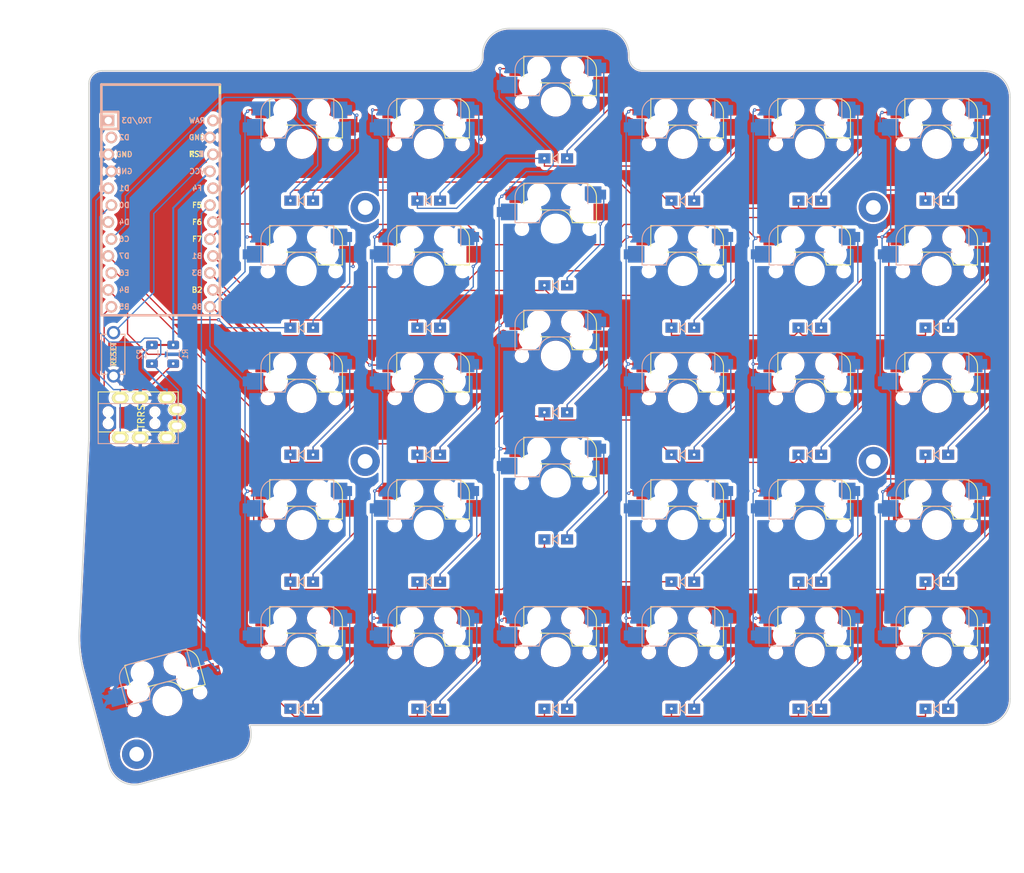
<source format=kicad_pcb>
(kicad_pcb (version 20221018) (generator pcbnew)
  (layers (0 "F.Cu" signal) (31 "B.Cu" signal) (34 "B.Paste" user) (35 "F.Paste" user) (36 "B.SilkS" user "B.Silkscreen") (37 "F.SilkS" user "F.Silkscreen") (38 "B.Mask" user) (39 "F.Mask" user) (44 "Edge.Cuts" user))
  (net 0 "")
  (net 1 "Net-(D1-A)")
  (net 2 "row4")
  (net 3 "Net-(D2-A)")
  (net 4 "Net-(D3-A)")
  (net 5 "row0")
  (net 6 "Net-(D4-A)")
  (net 7 "row1")
  (net 8 "Net-(D5-A)")
  (net 9 "row2")
  (net 10 "Net-(D6-A)")
  (net 11 "row3")
  (net 12 "Net-(D7-A)")
  (net 13 "Net-(D8-A)")
  (net 14 "Net-(D9-A)")
  (net 15 "Net-(D10-A)")
  (net 16 "Net-(D11-A)")
  (net 17 "Net-(D12-A)")
  (net 18 "Net-(D13-A)")
  (net 19 "Net-(D14-A)")
  (net 20 "Net-(D15-A)")
  (net 21 "Net-(D16-A)")
  (net 22 "Net-(D17-A)")
  (net 23 "Net-(D18-A)")
  (net 24 "Net-(D19-A)")
  (net 25 "Net-(D20-A)")
  (net 26 "Net-(D21-A)")
  (net 27 "Net-(D22-A)")
  (net 28 "Net-(D23-A)")
  (net 29 "Net-(D24-A)")
  (net 30 "Net-(D25-A)")
  (net 31 "Net-(D26-A)")
  (net 32 "Net-(D27-A)")
  (net 33 "VCC")
  (net 34 "GND")
  (net 35 "col0")
  (net 36 "col1")
  (net 37 "col2")
  (net 38 "col3")
  (net 39 "col4")
  (net 40 "SDA")
  (net 41 "SCL")
  (net 42 "RESET")
  (net 43 "Net-(D28-A)")
  (net 44 "Net-(D29-A)")
  (net 45 "col5")
  (net 46 "Net-(D30-A)")
  (net 52 "SW99")
  (footprint "Palac:HOLE_M2_TH" (layer "F.Cu") (at 130.03 59.542)
    (fp_text reference "TH3" hide)
    (fp_text value "HOLE" hide)
  )
  (footprint "Palac:HOLE_M2_TH" (layer "F.Cu") (at 206.225 59.525)
    (fp_text reference "TH4" hide)
    (fp_text value "HOLE" hide)
  )
  (footprint "Palac:HOLE_M2_TH" (layer "F.Cu") (at 206.225 97.625)
    (fp_text reference "TH6" hide)
    (fp_text value "HOLE" hide)
  )
  (footprint "Palac:ArduinoProMicro-ZigZag-DoubleSided" (layer "F.Cu") (at 99.3418 60.4515 -90)
    (fp_text reference "U1" hide)
    (fp_text value "ProMicro" hide)
  )
  (footprint "Palac:Diode_SOD123" (layer "F.Cu") (at 120.5 58.5)
    (fp_text reference "D1" hide)
    (fp_text value "D" hide)
  )
  (footprint "Palac:Diode_SOD123" (layer "F.Cu") (at 139.55 58.5)
    (fp_text reference "D2" hide)
    (fp_text value "D" hide)
  )
  (footprint "Palac:Diode_SOD123" (layer "F.Cu") (at 158.6 52.16)
    (fp_text reference "D3" hide)
    (fp_text value "D" hide)
  )
  (footprint "Palac:Diode_SOD123" (layer "F.Cu") (at 177.65 58.5)
    (fp_text reference "D4" hide)
    (fp_text value "D" hide)
  )
  (footprint "Palac:Diode_SOD123" (layer "F.Cu") (at 196.7 58.5)
    (fp_text reference "D5" hide)
    (fp_text value "D" hide)
  )
  (footprint "Palac:Diode_SOD123" (layer "F.Cu") (at 215.75 58.5)
    (fp_text reference "D6" hide)
    (fp_text value "D" hide)
  )
  (footprint "Palac:Diode_SOD123" (layer "F.Cu") (at 120.5 77.55)
    (fp_text reference "D7" hide)
    (fp_text value "D" hide)
  )
  (footprint "Palac:Diode_SOD123" (layer "F.Cu") (at 139.55 77.55)
    (fp_text reference "D8" hide)
    (fp_text value "D" hide)
  )
  (footprint "Palac:Diode_SOD123" (layer "F.Cu") (at 158.6 71.2)
    (fp_text reference "D9" hide)
    (fp_text value "D" hide)
  )
  (footprint "Palac:Diode_SOD123" (layer "F.Cu") (at 177.65 77.55)
    (fp_text reference "D10" hide)
    (fp_text value "D" hide)
  )
  (footprint "Palac:Diode_SOD123" (layer "F.Cu") (at 196.7 77.55)
    (fp_text reference "D11" hide)
    (fp_text value "D" hide)
  )
  (footprint "Palac:Diode_SOD123" (layer "F.Cu") (at 215.75 77.55)
    (fp_text reference "D12" hide)
    (fp_text value "D" hide)
  )
  (footprint "Palac:Diode_SOD123" (layer "F.Cu") (at 120.5 96.6)
    (fp_text reference "D13" hide)
    (fp_text value "D" hide)
  )
  (footprint "Palac:Diode_SOD123" (layer "F.Cu") (at 139.55 96.6)
    (fp_text reference "D14" hide)
    (fp_text value "D" hide)
  )
  (footprint "Palac:Diode_SOD123" (layer "F.Cu") (at 158.6 90.25)
    (fp_text reference "D15" hide)
    (fp_text value "D" hide)
  )
  (footprint "Palac:Diode_SOD123" (layer "F.Cu") (at 177.65 96.6)
    (fp_text reference "D16" hide)
    (fp_text value "D" hide)
  )
  (footprint "Palac:Diode_SOD123" (layer "F.Cu") (at 196.7 96.6)
    (fp_text reference "D17" hide)
    (fp_text value "D" hide)
  )
  (footprint "Palac:Diode_SOD123" (layer "F.Cu") (at 215.75 96.6)
    (fp_text reference "D18" hide)
    (fp_text value "D" hide)
  )
  (footprint "Palac:Diode_SOD123" (layer "F.Cu") (at 120.5 115.65)
    (fp_text reference "D19" hide)
    (fp_text value "D" hide)
  )
  (footprint "Palac:Diode_SOD123" (layer "F.Cu") (at 139.55 115.65)
    (fp_text reference "D20" hide)
    (fp_text value "D" hide)
  )
  (footprint "Palac:Diode_SOD123" (layer "F.Cu") (at 158.6 109.3)
    (fp_text reference "D21" hide)
    (fp_text value "D" hide)
  )
  (footprint "Palac:Diode_SOD123" (layer "F.Cu") (at 177.65 115.65)
    (fp_text reference "D22" hide)
    (fp_text value "D" hide)
  )
  (footprint "Palac:Diode_SOD123" (layer "F.Cu") (at 196.7 115.65)
    (fp_text reference "D23" hide)
    (fp_text value "D" hide)
  )
  (footprint "Palac:Diode_SOD123" (layer "F.Cu") (at 215.75 115.65)
    (fp_text reference "D24" hide)
    (fp_text value "D" hide)
  )
  (footprint "Palac:Diode_SOD123" (layer "F.Cu") (at 120.5 134.7)
    (fp_text reference "D25" hide)
    (fp_text value "D" hide)
  )
  (footprint "Palac:Diode_SOD123" (layer "F.Cu") (at 139.55 134.7)
    (fp_text reference "D26" hide)
    (fp_text value "D" hide)
  )
  (footprint "Palac:Diode_SOD123" (layer "F.Cu") (at 158.6 134.7)
    (fp_text reference "D27" hide)
    (fp_text value "D" hide)
  )
  (footprint "Palac:Diode_SOD123" (layer "F.Cu") (at 177.65 134.7)
    (fp_text reference "D28" hide)
    (fp_text value "D" hide)
  )
  (footprint "Palac:Diode_SOD123" (layer "F.Cu") (at 196.7 134.7)
    (fp_text reference "D29" hide)
    (fp_text value "D" hide)
  )
  (footprint "Palac:CherryMX_Hotswap" (layer "F.Cu") (at 120.5 50)
    (fp_text reference "SW1" hide)
    (fp_text value "SW_PUSH" hide)
  )
  (footprint "Palac:CherryMX_Hotswap" (layer "F.Cu") (at 120.5 69.05)
    (fp_text reference "SW7" hide)
    (fp_text value "SW_PUSH" hide)
  )
  (footprint "Palac:CherryMX_Hotswap" (layer "F.Cu") (at 120.5 88.1)
    (fp_text reference "SW13" hide)
    (fp_text value "SW_PUSH" hide)
  )
  (footprint "Palac:CherryMX_Hotswap" (layer "F.Cu") (at 120.5 107.15)
    (fp_text reference "SW19" hide)
    (fp_text value "SW_PUSH" hide)
  )
  (footprint "Palac:CherryMX_Hotswap" (layer "F.Cu") (at 139.55 126.2)
    (fp_text reference "SW26" hide)
    (fp_text value "SW_PUSH" hide)
  )
  (footprint "Palac:CherryMX_Hotswap" (layer "F.Cu") (at 158.6 126.2)
    (fp_text reference "SW27" hide)
    (fp_text value "SW_PUSH" hide)
  )
  (footprint "Palac:CherryMX_Hotswap" (layer "F.Cu") (at 177.65 126.2)
    (fp_text reference "SW28" hide)
    (fp_text value "SW_PUSH" hide)
  )
  (footprint "Palac:CherryMX_Hotswap" (layer "F.Cu") (at 196.7 126.2)
    (fp_text reference "SW29" hide)
    (fp_text value "SW_PUSH" hide)
  )
  (footprint "Palac:Diode_SOD123" (layer "F.Cu") (at 215.75 134.7)
    (fp_text reference "D30" hide)
    (fp_text value "D" hide)
  )
  (footprint "Palac:CherryMX_Hotswap" (layer "F.Cu") (at 139.55 88.1)
    (fp_text reference "SW14" hide)
    (fp_text value "SW_PUSH" hide)
  )
  (footprint "Palac:CherryMX_Hotswap" (layer "F.Cu") (at 139.55 107.15)
    (fp_text reference "SW20" hide)
    (fp_text value "SW_PUSH" hide)
  )
  (footprint "Palac:CherryMX_Hotswap" (layer "F.Cu") (at 139.55 69.05)
    (fp_text reference "SW8" hide)
    (fp_text value "SW_PUSH" hide)
  )
  (footprint "Palac:CherryMX_Hotswap" (layer "F.Cu") (at 139.55 50)
    (fp_text reference "SW2" hide)
    (fp_text value "SW_PUSH" hide)
  )
  (footprint "Palac:CherryMX_Hotswap" (layer "F.Cu") (at 158.6 81.75)
    (fp_text reference "SW15" hide)
    (fp_text value "SW_PUSH" hide)
  )
  (footprint "Palac:CherryMX_Hotswap" (layer "F.Cu") (at 158.6 43.66)
    (fp_text reference "SW3" hide)
    (fp_text value "SW_PUSH" hide)
  )
  (footprint "Palac:CherryMX_Hotswap" (layer "F.Cu") (at 158.6 62.7)
    (fp_text reference "SW9" hide)
    (fp_text value "SW_PUSH" hide)
  )
  (footprint "Palac:CherryMX_Hotswap" (layer "F.Cu") (at 158.6 100.8)
    (fp_text reference "SW21" hide)
    (fp_text value "SW_PUSH" hide)
  )
  (footprint "Palac:CherryMX_Hotswap" (layer "F.Cu") (at 177.65 107.15)
    (fp_text reference "SW22" hide)
    (fp_text value "SW_PUSH" hide)
  )
  (footprint "Palac:CherryMX_Hotswap" (layer "F.Cu") (at 177.65 69.05)
    (fp_text reference "SW10" hide)
    (fp_text value "SW_PUSH" hide)
  )
  (footprint "Palac:CherryMX_Hotswap" (layer "F.Cu") (at 215.75 126.2)
    (fp_text reference "SW30" hide)
    (fp_text value "SW_PUSH" hide)
  )
  (footprint "Palac:CherryMX_Hotswap" (layer "F.Cu") (at 177.65 88.1)
    (fp_text reference "SW16" hide)
    (fp_text value "SW_PUSH" hide)
  )
  (footprint "Palac:CherryMX_Hotswap" (layer "F.Cu") (at 177.65 50)
    (fp_text reference "SW4" hide)
    (fp_text value "SW_PUSH" hide)
  )
  (footprint "Palac:CherryMX_Hotswap" (layer "F.Cu") (at 196.7 50)
    (fp_text reference "SW5" hide)
    (fp_text value "SW_PUSH" hide)
  )
  (footprint "Palac:CherryMX_Hotswap" (layer "F.Cu") (at 196.7 107.15)
    (fp_text reference "SW23" hide)
    (fp_text value "SW_PUSH" hide)
  )
  (footprint "Palac:CherryMX_Hotswap" (layer "F.Cu") (at 215.75 88.1)
    (fp_text reference "SW18" hide)
    (fp_text value "SW_PUSH" hide)
  )
  (footprint "Palac:CherryMX_Hotswap" (layer "F.Cu") (at 215.75 107.15)
    (fp_text reference "SW24" hide)
    (fp_text value "SW_PUSH" hide)
  )
  (footprint "Palac:CherryMX_Hotswap" (layer "F.Cu") (at 215.75 50)
    (fp_text reference "SW6" hide)
    (fp_text value "SW_PUSH" hide)
  )
  (footprint "Palac:CherryMX_Hotswap" (layer "F.Cu") (at 215.75 69.05)
    (fp_text reference "SW12" hide)
    (fp_text value "SW_PUSH" hide)
  )
  (footprint "Palac:CherryMX_Hotswap" (layer "F.Cu") (at 196.7 88.1)
    (fp_text reference "SW17" hide)
    (fp_text value "SW_PUSH" hide)
  )
  (footprint "Palac:CherryMX_Hotswap" (layer "F.Cu") (at 196.7 69.05)
    (fp_text reference "SW11" hide)
    (fp_text value "SW_PUSH" hide)
  )
  (footprint "Palac:HOLE_M2_TH" (layer "F.Cu") (at 130.01 97.592)
    (fp_text reference "TH5" hide)
    (fp_text value "HOLE" hide)
  )
  (footprint "Palac:CherryMX_Hotswap" (layer "F.Cu") (at 120.5 126.2)
    (fp_text reference "SW25" hide)
    (fp_text value "SW_PUSH" hide)
  )
  (footprint "Palac:MJ-4PP-9" (layer "F.Cu") (at 89.98 90.1848 90)
    (fp_text reference "J2")
    (fp_text value "4PIN" hide)
  )
  (footprint "Palac:TACT_SWITCH_TVBP06" (layer "F.Cu") (at 92.28 81.5435 90)
    (fp_text reference "RSW1" hide)
    (fp_text value "SW_RST" hide)
  )
  (footprint "Palac:HOLE_M2_TH" (layer "F.Cu") (at 95.75 141.51)
    (fp_text reference "TH7" hide)
    (fp_text value "HOLE" hide)
  )
  (footprint "Palac:CherryMX_Hotswap" (layer "F.Cu") (at 100.3578 133.5406 15)
    (fp_text reference "SW99" hide)
    (fp_text value "SW_PUSH" hide)
  )
  (footprint "Palac:R_1206_DoubleSided" (layer "B.Cu") (at 101.23 81.5435 -90)
    (fp_text reference "R1")
    (fp_text value "R")
  )
  (footprint "Palac:R_1206_DoubleSided" (layer "B.Cu") (at 98.03 81.5435 -90)
    (fp_text reference "R2")
    (fp_text value "R")
  )
  (gr_arc (start 222.75 39.000001) (mid 225.578427 40.171574) (end 226.75 43.000001) (stroke (width 0.15)) (layer "Edge.Cuts"))
  (gr_line (start 88.564214 94.14) (end 88.564214 41.000001) (stroke (width 0.15)) (layer "Edge.Cuts"))
  (gr_arc (start 112.796082 137.456909) (mid 112.39584 140.491661) (end 109.967152 142.354828) (stroke (width 0.15)) (layer "Edge.Cuts"))
  (gr_line (start 222.75 137.200001) (end 112.73 137.200001) (stroke (width 0.15)) (layer "Edge.Cuts"))
  (gr_arc (start 165.6 32.660001) (mid 168.428427 33.831574) (end 169.6 36.660001) (stroke (width 0.15)) (layer "Edge.Cuts"))
  (gr_line (start 109.5 39.000001) (end 145.6 39.000001) (stroke (width 0.15)) (layer "Edge.Cuts"))
  (gr_arc (start 226.75 133.200001) (mid 225.578427 136.028427) (end 222.75 137.200001) (stroke (width 0.15)) (layer "Edge.Cuts"))
  (gr_arc (start 147.6 36.660001) (mid 148.771573 33.831574) (end 151.6 32.660001) (stroke (width 0.15)) (layer "Edge.Cuts"))
  (gr_line (start 226.75 43.000001) (end 226.75 133.200001) (stroke (width 0.15)) (layer "Edge.Cuts"))
  (gr_line (start 112.73 137.200001) (end 112.796082 137.456909) (stroke (width 0.15)) (layer "Edge.Cuts"))
  (gr_line (start 91.544526 143.148891) (end 87.783554 129.10745) (stroke (width 0.15)) (layer "Edge.Cuts"))
  (gr_line (start 109.967152 142.354828) (end 96.443398 145.977738) (stroke (width 0.15)) (layer "Edge.Cuts"))
  (gr_arc (start 171.6 39.000001) (mid 170.185786 38.414215) (end 169.6 37.000001) (stroke (width 0.15)) (layer "Edge.Cuts"))
  (gr_arc (start 88.564214 41.000001) (mid 89.15 39.585787) (end 90.564214 39.000001) (stroke (width 0.15)) (layer "Edge.Cuts"))
  (gr_line (start 151.6 32.660001) (end 165.6 32.660001) (stroke (width 0.15)) (layer "Edge.Cuts"))
  (gr_arc (start 147.6 37.000001) (mid 147.014213 38.414214) (end 145.6 39.000001) (stroke (width 0.15)) (layer "Edge.Cuts"))
  (gr_line (start 169.6 36.660001) (end 169.6 37.000001) (stroke (width 0.15)) (layer "Edge.Cuts"))
  (gr_line (start 109.5 39.000001) (end 90.564214 39.000001) (stroke (width 0.15)) (layer "Edge.Cuts"))
  (gr_line (start 171.6 39.000001) (end 222.75 39.000001) (stroke (width 0.15)) (layer "Edge.Cuts"))
  (gr_arc (start 96.443398 145.977738) (mid 93.408072 145.577934) (end 91.544526 143.148891) (stroke (width 0.15)) (layer "Edge.Cuts"))
  (gr_line (start 147.6 37.000001) (end 147.6 36.660001) (stroke (width 0.15)) (layer "Edge.Cuts"))
  (gr_arc (start 87.783554 129.10745) (mid 87.183826 125.733994) (end 87.168702 122.307677) (stroke (width 0.15)) (layer "Edge.Cuts"))
  (gr_line (start 88.564214 94.14) (end 87.168702 122.307677) (stroke (width 0.15)) (layer "Edge.Cuts"))
  (segment (start 128.7535 47.2535) (end 128.7535 45.6861) (width 0.2) (layer "F.Cu") (net 1))
  (via (at 128.7535 45.6861) (size 0.5) (drill 0.2) (layers "F.Cu" "B.Cu") (net 1))
  (segment (start 128.4861 45.6861) (end 128.4861 51.0636) (width 0.2) (layer "B.Cu") (net 1))
  (segment (start 128.4861 51.0636) (end 122.2 57.3497) (width 0.2) (layer "B.Cu") (net 1))
  (segment (start 127.7 44.9) (end 128.4861 45.6861) (width 0.2) (layer "B.Cu") (net 1))
  (segment (start 128.4861 45.6861) (end 128.7535 45.6861) (width 0.2) (layer "B.Cu") (net 1))
  (segment (start 122.2 58.5) (end 122.2 57.3497) (width 0.2) (layer "B.Cu") (net 1))
  (segment (start 91.6289 108.104) (end 91.6289 93.5151) (width 0.2) (layer "F.Cu") (net 2))
  (segment (start 156.9 134.7) (end 156.9 135.8503) (width 0.2) (layer "F.Cu") (net 2))
  (segment (start 90.8711 88.1071) (end 90.8711 75.5008) (width 0.2) (layer "F.Cu") (net 2))
  (segment (start 175.95 135.8503) (end 156.9 135.8503) (width 0.2) (layer "F.Cu") (net 2))
  (segment (start 156.9 135.8503) (end 137.85 135.8503) (width 0.2) (layer "F.Cu") (net 2))
  (segment (start 119.3752 135.8503) (end 118.8 135.2751) (width 0.2) (layer "F.Cu") (net 2))
  (segment (start 195 135.8503) (end 175.95 135.8503) (width 0.2) (layer "F.Cu") (net 2))
  (segment (start 91.6289 93.5151) (end 92.5215 92.6225) (width 0.2) (layer "F.Cu") (net 2))
  (segment (start 195 134.7) (end 195 135.8503) (width 0.2) (layer "F.Cu") (net 2))
  (segment (start 175.95 134.7) (end 175.95 135.8503) (width 0.2) (layer "F.Cu") (net 2))
  (segment (start 137.85 135.8503) (end 119.3752 135.8503) (width 0.2) (layer "F.Cu") (net 2))
  (segment (start 90.8711 75.5008) (end 91.9504 74.4215) (width 0.2) (layer "F.Cu") (net 2))
  (segment (start 92.5215 92.6225) (end 92.5215 89.7575) (width 0.2) (layer "F.Cu") (net 2))
  (segment (start 92.5215 89.7575) (end 90.8711 88.1071) (width 0.2) (layer "F.Cu") (net 2))
  (segment (start 137.85 134.7) (end 137.85 135.8503) (width 0.2) (layer "F.Cu") (net 2))
  (segment (start 195 135.8503) (end 214.05 135.8503) (width 0.2) (layer "F.Cu") (net 2))
  (segment (start 118.8 135.2751) (end 91.6289 108.104) (width 0.2) (layer "F.Cu") (net 2))
  (segment (start 214.05 134.7) (end 214.05 135.8503) (width 0.2) (layer "F.Cu") (net 2))
  (segment (start 147.419 48.131) (end 147.419 49.3023) (width 0.2) (layer "F.Cu") (net 3))
  (via (at 147.419 49.3023) (size 0.5) (drill 0.2) (layers "F.Cu" "B.Cu") (net 3))
  (segment (start 141.25 58.5) (end 141.25 57.3497) (width 0.2) (layer "B.Cu") (net 3))
  (segment (start 147.0499 51.5498) (end 141.25 57.3497) (width 0.2) (layer "B.Cu") (net 3))
  (segment (start 147.0499 49.3023) (end 147.0499 51.5498) (width 0.2) (layer "B.Cu") (net 3))
  (segment (start 147.419 49.3023) (end 147.0499 49.3023) (width 0.2) (layer "B.Cu") (net 3))
  (segment (start 147.0499 45.1999) (end 147.0499 49.3023) (width 0.2) (layer "B.Cu") (net 3))
  (segment (start 146.75 44.9) (end 147.0499 45.1999) (width 0.2) (layer "B.Cu") (net 3))
  (segment (start 167.1 44.2097) (end 160.3 51.0097) (width 0.2) (layer "F.Cu") (net 4))
  (segment (start 167.1 41.16) (end 167.1 44.2097) (width 0.2) (layer "F.Cu") (net 4))
  (segment (start 160.3 52.16) (end 160.3 51.0097) (width 0.2) (layer "F.Cu") (net 4))
  (segment (start 165.8 38.56) (end 165.8 45.5097) (width 0.2) (layer "B.Cu") (net 4))
  (segment (start 165.8 45.5097) (end 160.3 51.0097) (width 0.2) (layer "B.Cu") (net 4))
  (segment (start 160.3 52.16) (end 160.3 51.0097) (width 0.2) (layer "B.Cu") (net 4))
  (segment (start 170.1852 53.3103) (end 156.9 53.3103) (width 0.2) (layer "F.Cu") (net 5))
  (segment (start 195 59.6503) (end 176.5252 59.6503) (width 0.2) (layer "F.Cu") (net 5))
  (segment (start 204.4006 56.9123) (end 201.6626 59.6503) (width 0.2) (layer "F.Cu") (net 5))
  (segment (start 137.4266 56.9263) (end 119.2234 56.9263) (width 0.2) (layer "F.Cu") (net 5))
  (segment (start 119.2234 56.9263) (end 118.8 57.3497) (width 0.2) (layer "F.Cu") (net 5))
  (segment (start 214.05 57.3497) (end 213.6126 56.9123) (width 0.2) (layer "F.Cu") (net 5))
  (segment (start 201.6626 59.6503) (end 195 59.6503) (width 0.2) (layer "F.Cu") (net 5))
  (segment (start 175.95 59.0751) (end 170.1852 53.3103) (width 0.2) (layer "F.Cu") (net 5))
  (segment (start 176.5252 59.6503) (end 175.95 59.0751) (width 0.2) (layer "F.Cu") (net 5))
  (segment (start 213.6126 56.9123) (end 204.4006 56.9123) (width 0.2) (layer "F.Cu") (net 5))
  (segment (start 137.85 57.3497) (end 137.4266 56.9263) (width 0.2) (layer "F.Cu") (net 5))
  (segment (start 156.9 52.16) (end 156.9 53.3103) (width 0.2) (layer "F.Cu") (net 5))
  (segment (start 214.05 58.5) (end 214.05 57.3497) (width 0.2) (layer "F.Cu") (net 5))
  (segment (start 137.85 58.5) (end 137.85 57.3497) (width 0.2) (layer "F.Cu") (net 5))
  (segment (start 118.8 58.5) (end 118.8 57.3497) (width 0.2) (layer "F.Cu") (net 5))
  (segment (start 195 58.5) (end 195 59.6503) (width 0.2) (layer "F.Cu") (net 5))
  (segment (start 119.884 45.9893) (end 119.884 44.1209) (width 0.2) (layer "B.Cu") (net 5))
  (segment (start 151.2124 52.16) (end 143.7221 59.6503) (width 0.2) (layer "B.Cu") (net 5))
  (segment (start 122.9004 49.0057) (end 119.884 45.9893) (width 0.2) (layer "B.Cu") (net 5))
  (segment (start 108.8439 43.0195) (end 94.0534 57.81) (width 0.2) (layer "B.Cu") (net 5))
  (segment (start 118.8 58.5) (end 118.8 57.3497) (width 0.2) (layer "B.Cu") (net 5))
  (segment (start 118.7826 43.0195) (end 108.8439 43.0195) (width 0.2) (layer "B.Cu") (net 5))
  (segment (start 94.0534 62.1585) (end 91.9504 64.2615) (width 0.2) (layer "B.Cu") (net 5))
  (segment (start 137.85 58.5) (end 137.85 59.6503) (width 0.2) (layer "B.Cu") (net 5))
  (segment (start 122.9004 53.2493) (end 122.9004 49.0057) (width 0.2) (layer "B.Cu") (net 5))
  (segment (start 156.9 52.16) (end 151.2124 52.16) (width 0.2) (layer "B.Cu") (net 5))
  (segment (start 118.8 57.3497) (end 122.9004 53.2493) (width 0.2) (layer "B.Cu") (net 5))
  (segment (start 94.0534 57.81) (end 94.0534 62.1585) (width 0.2) (layer "B.Cu") (net 5))
  (segment (start 143.7221 59.6503) (end 137.85 59.6503) (width 0.2) (layer "B.Cu") (net 5))
  (segment (start 119.884 44.1209) (end 118.7826 43.0195) (width 0.2) (layer "B.Cu") (net 5))
  (segment (start 179.35 58.5) (end 179.35 57.3497) (width 0.2) (layer "F.Cu") (net 6))
  (segment (start 186.15 47.5) (end 186.15 50.5497) (width 0.2) (layer "F.Cu") (net 6))
  (segment (start 186.15 50.5497) (end 179.35 57.3497) (width 0.2) (layer "F.Cu") (net 6))
  (segment (start 184.85 51.8497) (end 179.35 57.3497) (width 0.2) (layer "B.Cu") (net 6))
  (segment (start 184.85 44.9) (end 184.85 51.8497) (width 0.2) (layer "B.Cu") (net 6))
  (segment (start 179.35 58.5) (end 179.35 57.3497) (width 0.2) (layer "B.Cu") (net 6))
  (segment (start 195.5752 78.7003) (end 195 78.1251) (width 0.2) (layer "F.Cu") (net 7))
  (segment (start 156.9 71.7751) (end 156.7112 71.9639) (width 0.2) (layer "F.Cu") (net 7))
  (segment (start 157.8293 72.7044) (end 156.9 71.7751) (width 0.2) (layer "F.Cu") (net 7))
  (segment (start 137.85 76.3997) (end 118.8 76.3997) (width 0.2) (layer "F.Cu") (net 7))
  (segment (start 101.0549 76.3632) (end 91.4932 66.8015) (width 0.2) (layer "F.Cu") (net 7))
  (segment (start 175.95 76.3997) (end 172.2547 72.7044) (width 0.2) (layer "F.Cu") (net 7))
  (segment (start 194.4248 78.7003) (end 175.95 78.7003) (width 0.2) (layer "F.Cu") (net 7))
  (segment (start 172.2547 72.7044) (end 157.8293 72.7044) (width 0.2) (layer "F.Cu") (net 7))
  (segment (start 118.8 77.55) (end 118.8 76.3997) (width 0.2) (layer "F.Cu") (net 7))
  (segment (start 137.85 77.55) (end 137.85 76.3997) (width 0.2) (layer "F.Cu") (net 7))
  (segment (start 214.05 77.55) (end 214.05 78.7003) (width 0.2) (layer "F.Cu") (net 7))
  (segment (start 175.95 77.55) (end 175.95 76.3997) (width 0.2) (layer "F.Cu") (net 7))
  (segment (start 214.05 78.7003) (end 195.5752 78.7003) (width 0.2) (layer "F.Cu") (net 7))
  (segment (start 142.2858 71.9639) (end 137.85 76.3997) (width 0.2) (layer "F.Cu") (net 7))
  (segment (start 108.0317 76.3632) (end 101.0549 76.3632) (width 0.2) (layer "F.Cu") (net 7))
  (segment (start 195 78.1251) (end 194.4248 78.7003) (width 0.2) (layer "F.Cu") (net 7))
  (segment (start 156.7112 71.9639) (end 142.2858 71.9639) (width 0.2) (layer "F.Cu") (net 7))
  (segment (start 175.95 77.55) (end 175.95 78.7003) (width 0.2) (layer "F.Cu") (net 7))
  (via (at 108.0317 76.3632) (size 0.5) (drill 0.2) (layers "F.Cu" "B.Cu") (net 7))
  (segment (start 109.2185 77.55) (end 108.0317 76.3632) (width 0.2) (layer "B.Cu") (net 7))
  (segment (start 118.8 77.55) (end 109.2185 77.55) (width 0.2) (layer "B.Cu") (net 7))
  (segment (start 205.2 50.5497) (end 198.4 57.3497) (width 0.2) (layer "F.Cu") (net 8))
  (segment (start 198.4 58.5) (end 198.4 57.3497) (width 0.2) (layer "F.Cu") (net 8))
  (segment (start 205.2 47.5) (end 205.2 50.5497) (width 0.2) (layer "F.Cu") (net 8))
  (segment (start 203.9 44.9) (end 203.9 51.8497) (width 0.2) (layer "B.Cu") (net 8))
  (segment (start 198.4 58.5) (end 198.4 57.3497) (width 0.2) (layer "B.Cu") (net 8))
  (segment (start 203.9 51.8497) (end 198.4 57.3497) (width 0.2) (layer "B.Cu") (net 8))
  (segment (start 175.95 96.6248) (end 170.7255 91.4003) (width 0.2) (layer "F.Cu") (net 9))
  (segment (start 118.8 96.6) (end 118.8 97.7503) (width 0.2) (layer "F.Cu") (net 9))
  (segment (start 137.3722 94.9719) (end 137.85 95.4497) (width 0.2) (layer "F.Cu") (net 9))
  (segment (start 170.7255 91.4003) (end 156.9 91.4003) (width 0.2) (layer "F.Cu") (net 9))
  (segment (start 195.9293 98.1044) (end 195 97.1751) (width 0.2) (layer "F.Cu") (net 9))
  (segment (start 137.85 96.6) (end 137.85 97.7503) (width 0.2) (layer "F.Cu") (net 9))
  (segment (start 202.6448 100.2312) (end 200.518 98.1044) (width 0.2) (layer "F.Cu") (net 9))
  (segment (start 156.9 90.8251) (end 150.6473 90.8251) (width 0.2) (layer "F.Cu") (net 9))
  (segment (start 137.85 96.6) (end 137.85 95.4497) (width 0.2) (layer "F.Cu") (net 9))
  (segment (start 211.5691 100.2312) (end 202.6448 100.2312) (width 0.2) (layer "F.Cu") (net 9))
  (segment (start 214.05 97.7503) (end 211.5691 100.2312) (width 0.2) (layer "F.Cu") (net 9))
  (segment (start 118.8 97.7503) (end 124.6721 97.7503) (width 0.2) (layer "F.Cu") (net 9))
  (segment (start 200.518 98.1044) (end 195.9293 98.1044) (width 0.2) (layer "F.Cu") (net 9))
  (segment (start 124.6721 97.7503) (end 127.4505 94.9719) (width 0.2) (layer "F.Cu") (net 9))
  (segment (start 143.7221 97.7503) (end 137.85 97.7503) (width 0.2) (layer "F.Cu") (net 9))
  (segment (start 150.6473 90.8251) (end 143.7221 97.7503) (width 0.2) (layer "F.Cu") (net 9))
  (segment (start 194.4192 97.7559) (end 177.0563 97.7559) (width 0.2) (layer "F.Cu") (net 9))
  (segment (start 214.05 96.6) (end 214.05 97.7503) (width 0.2) (layer "F.Cu") (net 9))
  (segment (start 118.8 95.4497) (end 92.6918 69.3415) (width 0.2) (layer "F.Cu") (net 9))
  (segment (start 118.8 96.6) (end 118.8 95.4497) (width 0.2) (layer "F.Cu") (net 9))
  (segment (start 156.9 90.8251) (end 156.9 91.4003) (width 0.2) (layer "F.Cu") (net 9))
  (segment (start 195 97.1751) (end 194.4192 97.7559) (width 0.2) (layer "F.Cu") (net 9))
  (segment (start 127.4505 94.9719) (end 137.3722 94.9719) (width 0.2) (layer "F.Cu") (net 9))
  (segment (start 177.0563 97.7559) (end 175.95 96.6496) (width 0.2) (layer "F.Cu") (net 9))
  (segment (start 224.25 50.5497) (end 217.45 57.3497) (width 0.2) (layer "F.Cu") (net 10))
  (segment (start 224.25 47.5) (end 224.25 50.5497) (width 0.2) (layer "F.Cu") (net 10))
  (segment (start 217.45 58.5) (end 217.45 57.3497) (width 0.2) (layer "F.Cu") (net 10))
  (segment (start 222.95 51.8497) (end 217.45 57.3497) (width 0.2) (layer "B.Cu") (net 10))
  (segment (start 217.45 58.5) (end 217.45 57.3497) (width 0.2) (layer "B.Cu") (net 10))
  (segment (start 222.95 44.9) (end 222.95 51.8497) (width 0.2) (layer "B.Cu") (net 10))
  (segment (start 118.8 115.65) (end 118.8 116.8003) (width 0.2) (layer "F.Cu") (net 11))
  (segment (start 103.0474 84.3828) (end 103.0474 82.7858) (width 0.2) (layer "F.Cu") (net 11))
  (segment (start 195 115.65) (end 195 116.8003) (width 0.2) (layer "F.Cu") (net 11))
  (segment (start 118.8 115.65) (end 118.8 114.4997) (width 0.2) (layer "F.Cu") (net 11))
  (segment (start 156.9 109.3) (end 156.9 110.4503) (width 0.2) (layer "F.Cu") (net 11))
  (segment (start 120.5001 101.8355) (end 103.0474 84.3828) (width 0.2) (layer "F.Cu") (net 11))
  (segment (start 103.0474 82.7858) (end 101.8051 81.5435) (width 0.2) (layer "F.Cu") (net 11))
  (segment (start 94.3837 78.4846) (end 94.3837 74.772) (width 0.2) (layer "F.Cu") (net 11))
  (segment (start 120.5001 103.7554) (end 120.5001 101.8355) (width 0.2) (layer "F.Cu") (net 11))
  (segment (start 122.9004 106.1557) (end 120.5001 103.7554) (width 0.2) (layer "F.Cu") (net 11))
  (segment (start 118.8 114.4997) (end 122.9004 110.3993) (width 0.2) (layer "F.Cu") (net 11))
  (segment (start 195 116.8003) (end 177.0933 116.8003) (width 0.2) (layer "F.Cu") (net 11))
  (segment (start 175.95 115.657) (end 162.1067 115.657) (width 0.2) (layer "F.Cu") (net 11))
  (segment (start 177.0933 116.8003) (end 175.95 115.657) (width 0.2) (layer "F.Cu") (net 11))
  (segment (start 94.3837 74.772) (end 91.4932 71.8815) (width 0.2) (layer "F.Cu") (net 11))
  (segment (start 137.85 116.8003) (end 118.8 116.8003) (width 0.2) (layer "F.Cu") (net 11))
  (segment (start 214.05 115.65) (end 214.05 116.8003) (width 0.2) (layer "F.Cu") (net 11))
  (segment (start 162.1067 115.657) (end 156.9 110.4503) (width 0.2) (layer "F.Cu") (net 11))
  (segment (start 122.9004 110.3993) (end 122.9004 106.1557) (width 0.2) (layer "F.Cu") (net 11))
  (segment (start 156.9 110.4503) (end 150.55 116.8003) (width 0.2) (layer "F.Cu") (net 11))
  (segment (start 97.4426 81.5435) (end 94.3837 78.4846) (width 0.2) (layer "F.Cu") (net 11))
  (segment (start 137.85 115.65) (end 137.85 116.8003) (width 0.2) (layer "F.Cu") (net 11))
  (segment (start 101.8051 81.5435) (end 97.4426 81.5435) (width 0.2) (layer "F.Cu") (net 11))
  (segment (start 214.05 116.8003) (end 195 116.8003) (width 0.2) (layer "F.Cu") (net 11))
  (segment (start 150.55 116.8003) (end 137.85 116.8003) (width 0.2) (layer "F.Cu") (net 11))
  (segment (start 128.2083 67.3417) (end 128.2083 68.368) (width 0.2) (layer "F.Cu") (net 12))
  (via (at 128.2083 68.368) (size 0.5) (drill 0.2) (layers "F.Cu" "B.Cu") (net 12))
  (segment (start 122.2 77.55) (end 122.2 76.3997) (width 0.2) (layer "B.Cu") (net 12))
  (segment (start 127.7 68.368) (end 127.7 70.8997) (width 0.2) (layer "B.Cu") (net 12))
  (segment (start 127.7 70.8997) (end 122.2 76.3997) (width 0.2) (layer "B.Cu") (net 12))
  (segment (start 127.7 68.368) (end 128.2083 68.368) (width 0.2) (layer "B.Cu") (net 12))
  (segment (start 127.7 63.95) (end 127.7 68.368) (width 0.2) (layer "B.Cu") (net 12))
  (segment (start 148.05 66.55) (end 146.2298 68.3702) (width 0.2) (layer "F.Cu") (net 13))
  (via (at 146.2298 68.3702) (size 0.5) (drill 0.2) (layers "F.Cu" "B.Cu") (net 13))
  (segment (start 146.75 67.85) (end 146.2298 68.3702) (width 0.2) (layer "B.Cu") (net 13))
  (segment (start 146.2298 71.4199) (end 141.25 76.3997) (width 0.2) (layer "B.Cu") (net 13))
  (segment (start 146.75 63.95) (end 146.75 67.85) (width 0.2) (layer "B.Cu") (net 13))
  (segment (start 141.25 77.55) (end 141.25 76.3997) (width 0.2) (layer "B.Cu") (net 13))
  (segment (start 146.2298 68.3702) (end 146.2298 71.4199) (width 0.2) (layer "B.Cu") (net 13))
  (segment (start 167.0872 60.2) (end 165.2844 62.0028) (width 0.2) (layer "F.Cu") (net 14))
  (via (at 165.2844 62.0028) (size 0.5) (drill 0.2) (layers "F.Cu" "B.Cu") (net 14))
  (segment (start 160.3 71.2) (end 160.3 70.0497) (width 0.2) (layer "B.Cu") (net 14))
  (segment (start 165.2844 62.0028) (end 165.2844 65.0653) (width 0.2) (layer "B.Cu") (net 14))
  (segment (start 165.2844 65.0653) (end 160.3 70.0497) (width 0.2) (layer "B.Cu") (net 14))
  (segment (start 165.8 61.4872) (end 165.2844 62.0028) (width 0.2) (layer "B.Cu") (net 14))
  (segment (start 165.8 57.6) (end 165.8 61.4872) (width 0.2) (layer "B.Cu") (net 14))
  (segment (start 186.15 69.5997) (end 179.35 76.3997) (width 0.2) (layer "F.Cu") (net 15))
  (segment (start 186.15 66.55) (end 186.15 69.5997) (width 0.2) (layer "F.Cu") (net 15))
  (segment (start 179.35 77.55) (end 179.35 76.3997) (width 0.2) (layer "F.Cu") (net 15))
  (segment (start 179.35 77.55) (end 179.35 76.3997) (width 0.2) (layer "B.Cu") (net 15))
  (segment (start 184.85 63.95) (end 184.85 70.8997) (width 0.2) (layer "B.Cu") (net 15))
  (segment (start 184.85 70.8997) (end 179.35 76.3997) (width 0.2) (layer "B.Cu") (net 15))
  (segment (start 205.2 66.55) (end 205.2 69.5997) (width 0.2) (layer "F.Cu") (net 16))
  (segment (start 205.2 69.5997) (end 198.4 76.3997) (width 0.2) (layer "F.Cu") (net 16))
  (segment (start 198.4 77.55) (end 198.4 76.3997) (width 0.2) (layer "F.Cu") (net 16))
  (segment (start 203.9 70.8997) (end 198.4 76.3997) (width 0.2) (layer "B.Cu") (net 16))
  (segment (start 203.9 63.95) (end 203.9 70.8997) (width 0.2) (layer "B.Cu") (net 16))
  (segment (start 198.4 77.55) (end 198.4 76.3997) (width 0.2) (layer "B.Cu") (net 16))
  (segment (start 224.25 66.55) (end 224.25 69.5997) (width 0.2) (layer "F.Cu") (net 17))
  (segment (start 224.25 69.5997) (end 217.45 76.3997) (width 0.2) (layer "F.Cu") (net 17))
  (segment (start 217.45 77.55) (end 217.45 76.3997) (width 0.2) (layer "F.Cu") (net 17))
  (segment (start 222.95 63.95) (end 222.95 70.8997) (width 0.2) (layer "B.Cu") (net 17))
  (segment (start 222.95 70.8997) (end 217.45 76.3997) (width 0.2) (layer "B.Cu") (net 17))
  (segment (start 217.45 77.55) (end 217.45 76.3997) (width 0.2) (layer "B.Cu") (net 17))
  (segment (start 129 88.6497) (end 122.2 95.4497) (width 0.2) (layer "F.Cu") (net 18))
  (segment (start 122.2 96.6) (end 122.2 95.4497) (width 0.2) (layer "F.Cu") (net 18))
  (segment (start 129 85.6) (end 129 88.6497) (width 0.2) (layer "F.Cu") (net 18))
  (segment (start 127.7 89.9497) (end 122.2 95.4497) (width 0.2) (layer "B.Cu") (net 18))
  (segment (start 127.7 83) (end 127.7 89.9497) (width 0.2) (layer "B.Cu") (net 18))
  (segment (start 122.2 96.6) (end 122.2 95.4497) (width 0.2) (layer "B.Cu") (net 18))
  (segment (start 141.25 96.6) (end 141.25 95.4497) (width 0.2) (layer "F.Cu") (net 19))
  (segment (start 148.05 85.6) (end 148.05 88.6497) (width 0.2) (layer "F.Cu") (net 19))
  (segment (start 148.05 88.6497) (end 141.25 95.4497) (width 0.2) (layer "F.Cu") (net 19))
  (segment (start 141.25 96.6) (end 141.25 95.4497) (width 0.2) (layer "B.Cu") (net 19))
  (segment (start 146.75 89.9497) (end 141.25 95.4497) (width 0.2) (layer "B.Cu") (net 19))
  (segment (start 146.75 83) (end 146.75 89.9497) (width 0.2) (layer "B.Cu") (net 19))
  (segment (start 167.1 82.2997) (end 160.3 89.0997) (width 0.2) (layer "F.Cu") (net 20))
  (segment (start 167.1 79.25) (end 167.1 82.2997) (width 0.2) (layer "F.Cu") (net 20))
  (segment (start 160.3 90.25) (end 160.3 89.0997) (width 0.2) (layer "F.Cu") (net 20))
  (segment (start 165.8 76.65) (end 165.8 83.5997) (width 0.2) (layer "B.Cu") (net 20))
  (segment (start 165.8 83.5997) (end 160.3 89.0997) (width 0.2) (layer "B.Cu") (net 20))
  (segment (start 160.3 90.25) (end 160.3 89.0997) (width 0.2) (layer "B.Cu") (net 20))
  (segment (start 179.35 96.6) (end 179.35 95.4497) (width 0.2) (layer "F.Cu") (net 21))
  (segment (start 186.15 88.6497) (end 179.35 95.4497) (width 0.2) (layer "F.Cu") (net 21))
  (segment (start 186.15 85.6) (end 186.15 88.6497) (width 0.2) (layer "F.Cu") (net 21))
  (segment (start 184.85 83) (end 184.85 89.9497) (width 0.2) (layer "B.Cu") (net 21))
  (segment (start 179.35 96.6) (end 179.35 95.4497) (width 0.2) (layer "B.Cu") (net 21))
  (segment (start 184.85 89.9497) (end 179.35 95.4497) (width 0.2) (layer "B.Cu") (net 21))
  (segment (start 205.2 88.6497) (end 198.4 95.4497) (width 0.2) (layer "F.Cu") (net 22))
  (segment (start 205.2 85.6) (end 205.2 88.6497) (width 0.2) (layer "F.Cu") (net 22))
  (segment (start 198.4 96.6) (end 198.4 95.4497) (width 0.2) (layer "F.Cu") (net 22))
  (segment (start 198.4 96.6) (end 198.4 95.4497) (width 0.2) (layer "B.Cu") (net 22))
  (segment (start 203.9 83) (end 203.9 89.9497) (width 0.2) (layer "B.Cu") (net 22))
  (segment (start 203.9 89.9497) (end 198.4 95.4497) (width 0.2) (layer "B.Cu") (net 22))
  (segment (start 217.45 96.6) (end 217.45 95.4497) (width 0.2) (layer "F.Cu") (net 23))
  (segment (start 224.25 88.6497) (end 217.45 95.4497) (width 0.2) (layer "F.Cu") (net 23))
  (segment (start 224.25 85.6) (end 224.25 88.6497) (width 0.2) (layer "F.Cu") (net 23))
  (segment (start 222.95 83) (end 222.95 89.9497) (width 0.2) (layer "B.Cu") (net 23))
  (segment (start 222.95 89.9497) (end 217.45 95.4497) (width 0.2) (layer "B.Cu") (net 23))
  (segment (start 217.45 96.6) (end 217.45 95.4497) (width 0.2) (layer "B.Cu") (net 23))
  (segment (start 122.2 115.65) (end 122.2 114.4997) (width 0.2) (layer "F.Cu") (net 24))
  (segment (start 129 107.6997) (end 122.2 114.4997) (width 0.2) (layer "F.Cu") (net 24))
  (segment (start 129 104.65) (end 129 107.6997) (width 0.2) (layer "F.Cu") (net 24))
  (segment (start 127.7 108.9997) (end 122.2 114.4997) (width 0.2) (layer "B.Cu") (net 24))
  (segment (start 127.7 102.05) (end 127.7 108.9997) (width 0.2) (layer "B.Cu") (net 24))
  (segment (start 122.2 115.65) (end 122.2 114.4997) (width 0.2) (layer "B.Cu") (net 24))
  (segment (start 148.05 104.65) (end 148.05 107.6997) (width 0.2) (layer "F.Cu") (net 25))
  (segment (start 148.05 107.6997) (end 141.25 114.4997) (width 0.2) (layer "F.Cu") (net 25))
  (segment (start 141.25 115.65) (end 141.25 114.4997) (width 0.2) (layer "F.Cu") (net 25))
  (segment (start 141.25 114.4997) (end 146.75 108.9997) (width 0.2) (layer "B.Cu") (net 25))
  (segment (start 141.25 115.65) (end 141.25 114.4997) (width 0.2) (layer "B.Cu") (net 25))
  (segment (start 146.75 108.9997) (end 146.75 102.05) (width 0.2) (layer "B.Cu") (net 25))
  (segment (start 160.3 109.3) (end 160.3 108.1497) (width 0.2) (layer "F.Cu") (net 26))
  (segment (start 167.1 98.3) (end 167.1 101.3497) (width 0.2) (layer "F.Cu") (net 26))
  (segment (start 167.1 101.3497) (end 160.3 108.1497) (width 0.2) (layer "F.Cu") (net 26))
  (segment (start 165.8 95.7) (end 165.8 102.6497) (width 0.2) (layer "B.Cu") (net 26))
  (segment (start 165.8 102.6497) (end 160.3 108.1497) (width 0.2) (layer "B.Cu") (net 26))
  (segment (start 160.3 109.3) (end 160.3 108.1497) (width 0.2) (layer "B.Cu") (net 26))
  (segment (start 186.15 107.6997) (end 179.35 114.4997) (width 0.2) (layer "F.Cu") (net 27))
  (segment (start 186.15 104.65) (end 186.15 107.6997) (width 0.2) (layer "F.Cu") (net 27))
  (segment (start 179.35 115.65) (end 179.35 114.4997) (width 0.2) (layer "F.Cu") (net 27))
  (segment (start 179.35 115.65) (end 179.35 114.4997) (width 0.2) (layer "B.Cu") (net 27))
  (segment (start 184.85 102.05) (end 184.85 108.9997) (width 0.2) (layer "B.Cu") (net 27))
  (segment (start 184.85 108.9997) (end 179.35 114.4997) (width 0.2) (layer "B.Cu") (net 27))
  (segment (start 198.4 115.65) (end 198.4 114.4997) (width 0.2) (layer "F.Cu") (net 28))
  (segment (start 205.2 107.6997) (end 198.4 114.4997) (width 0.2) (layer "F.Cu") (net 28))
  (segment (start 205.2 104.65) (end 205.2 107.6997) (width 0.2) (layer "F.Cu") (net 28))
  (segment (start 198.4 115.65) (end 198.4 114.4997) (width 0.2) (layer "B.Cu") (net 28))
  (segment (start 203.9 102.05) (end 203.9 108.9997) (width 0.2) (layer "B.Cu") (net 28))
  (segment (start 203.9 108.9997) (end 198.4 114.4997) (width 0.2) (layer "B.Cu") (net 28))
  (segment (start 224.25 107.6997) (end 217.45 114.4997) (width 0.2) (layer "F.Cu") (net 29))
  (segment (start 224.25 104.65) (end 224.25 107.6997) (width 0.2) (layer "F.Cu") (net 29))
  (segment (start 217.45 115.65) (end 217.45 114.4997) (width 0.2) (layer "F.Cu") (net 29))
  (segment (start 222.95 108.9997) (end 217.45 114.4997) (width 0.2) (layer "B.Cu") (net 29))
  (segment (start 222.95 102.05) (end 222.95 108.9997) (width 0.2) (layer "B.Cu") (net 29))
  (segment (start 217.45 115.65) (end 217.45 114.4997) (width 0.2) (layer "B.Cu") (net 29))
  (segment (start 129 123.7) (end 129 126.7497) (width 0.2) (layer "F.Cu") (net 30))
  (segment (start 122.2 134.7) (end 122.2 133.5497) (width 0.2) (layer "F.Cu") (net 30))
  (segment (start 129 126.7497) (end 122.2 133.5497) (width 0.2) (layer "F.Cu") (net 30))
  (segment (start 127.7 121.1) (end 127.7 128.0497) (width 0.2) (layer "B.Cu") (net 30))
  (segment (start 127.7 128.0497) (end 122.2 133.5497) (width 0.2) (layer "B.Cu") (net 30))
  (segment (start 122.2 134.7) (end 122.2 133.5497) (width 0.2) (layer "B.Cu") (net 30))
  (segment (start 141.25 134.7) (end 141.25 133.5497) (width 0.2) (layer "F.Cu") (net 31))
  (segment (start 148.05 126.7497) (end 141.25 133.5497) (width 0.2) (layer "F.Cu") (net 31))
  (segment (start 148.05 123.7) (end 148.05 126.7497) (width 0.2) (layer "F.Cu") (net 31))
  (segment (start 146.75 128.0497) (end 141.25 133.5497) (width 0.2) (layer "B.Cu") (net 31))
  (segment (start 141.25 134.7) (end 141.25 133.5497) (width 0.2) (layer "B.Cu") (net 31))
  (segment (start 146.75 121.1) (end 146.75 128.0497) (width 0.2) (layer "B.Cu") (net 31))
  (segment (start 160.3 134.7) (end 160.3 133.5497) (width 0.2) (layer "F.Cu") (net 32))
  (segment (start 167.1 126.7497) (end 160.3 133.5497) (width 0.2) (layer "F.Cu") (net 32))
  (segment (start 167.1 123.7) (end 167.1 126.7497) (width 0.2) (layer "F.Cu") (net 32))
  (segment (start 160.3 134.7) (end 160.3 133.5497) (width 0.2) (layer "B.Cu") (net 32))
  (segment (start 165.8 121.1) (end 165.8 128.0497) (width 0.2) (layer "B.Cu") (net 32))
  (segment (start 165.8 128.0497) (end 160.3 133.5497) (width 0.2) (layer "B.Cu") (net 32))
  (segment (start 98.03 80.1435) (end 101.23 80.1435) (width 0.3) (layer "F.Cu") (net 33))
  (segment (start 100.0552 88.3096) (end 100.0552 93.81) (width 0.3) (layer "F.Cu") (net 33))
  (segment (start 96.6723 81.5012) (end 96.6723 83.6462) (width 0.3) (layer "B.Cu") (net 33))
  (segment (start 96.6723 83.6462) (end 99.8106 86.7845) (width 0.3) (layer "B.Cu") (net 33))
  (segment (start 98.03 80.1435) (end 96.6723 81.5012) (width 0.3) (layer "B.Cu") (net 33))
  (segment (start 100.28 88.0848) (end 100.28 86.7845) (width 0.3) (layer "B.Cu") (net 33))
  (segment (start 99.8106 86.7845) (end 100.28 86.7845) (width 0.3) (layer "B.Cu") (net 33))
  (segment (start 106.7332 54.1015) (end 101.23 59.6047) (width 0.3) (layer "B.Cu") (net 33))
  (segment (start 101.23 59.6047) (end 101.23 80.1435) (width 0.3) (layer "B.Cu") (net 33))
  (segment (start 215.3504 75.5077) (end 215.3504 78.4689) (width 0.2) (layer "F.Cu") (net 35))
  (segment (start 207.5366 45.2816) (end 208.1684 45.2816) (width 0.2) (layer "F.Cu") (net 35))
  (segment (start 113.1962 55.7157) (end 107.1904 61.7215) (width 0.2) (layer "F.Cu") (net 35))
  (segment (start 208.55 68.7073) (end 215.3504 75.5077) (width 0.2) (layer "F.Cu") (net 35))
  (segment (start 215.3669 114.6768) (end 208.55 107.8599) (width 0.2) (layer "F.Cu") (net 35))
  (segment (start 208.1684 45.2816) (end 208.55 44.9) (width 0.2) (layer "F.Cu") (net 35))
  (segment (start 208.55 107.8599) (end 208.55 102.05) (width 0.2) (layer "F.Cu") (net 35))
  (segment (start 207.5366 63.95) (end 206.007 63.95) (width 0.2) (layer "F.Cu") (net 35))
  (segment (start 213.1759 80.6434) (end 210.9066 80.6434) (width 0.2) (layer "F.Cu") (net 35))
  (segment (start 210.4304 119.2196) (end 212.6981 119.2196) (width 0.2) (layer "F.Cu") (net 35))
  (segment (start 208.55 121.1) (end 210.4304 119.2196) (width 0.2) (layer "F.Cu") (net 35))
  (segment (start 215.3504 78.4689) (end 213.1759 80.6434) (width 0.2) (layer "F.Cu") (net 35))
  (segment (start 206.007 63.95) (end 203.0931 61.0361) (width 0.2) (layer "F.Cu") (net 35))
  (segment (start 203.0931 61.0361) (end 173.4426 61.0361) (width 0.2) (layer "F.Cu") (net 35))
  (segment (start 207.7563 102.05) (end 207.6465 102.1598) (width 0.2) (layer "F.Cu") (net 35))
  (segment (start 168.1222 55.7157) (end 113.1962 55.7157) (width 0.2) (layer "F.Cu") (net 35))
  (segment (start 215.3669 116.5508) (end 215.3669 114.6768) (width 0.2) (layer "F.Cu") (net 35))
  (segment (start 210.9066 80.6434) (end 208.55 83) (width 0.2) (layer "F.Cu") (net 35))
  (segment (start 173.4426 61.0361) (end 168.1222 55.7157) (width 0.2) (layer "F.Cu") (net 35))
  (segment (start 212.6981 119.2196) (end 215.3669 116.5508) (width 0.2) (layer "F.Cu") (net 35))
  (segment (start 208.55 63.95) (end 208.55 68.7073) (width 0.2) (layer "F.Cu") (net 35))
  (segment (start 208.55 63.95) (end 207.5366 63.95) (width 0.2) (layer "F.Cu") (net 35))
  (segment (start 208.55 102.05) (end 207.7563 102.05) (width 0.2) (layer "F.Cu") (net 35))
  (via (at 207.5366 63.95) (size 0.5) (drill 0.2) (layers "F.Cu" "B.Cu") (net 35))
  (via (at 207.6465 102.1598) (size 0.5) (drill 0.2) (layers "F.Cu" "B.Cu") (net 35))
  (via (at 207.5366 45.2816) (size 0.5) (drill 0.2) (layers "F.Cu" "B.Cu") (net 35))
  (segment (start 207.5366 45.2816) (end 207.25 45.5682) (width 0.2) (layer "B.Cu") (net 35))
  (segment (start 208.8263 87.1763) (end 208.8263 100.98) (width 0.2) (layer "B.Cu") (net 35))
  (segment (start 207.25 45.5682) (end 207.25 47.5) (width 0.2) (layer "B.Cu") (net 35))
  (segment (start 207.25 85.6) (end 208.8263 87.1763) (width 0.2) (layer "B.Cu") (net 35))
  (segment (start 207.5366 63.95) (end 208.8263 62.6603) (width 0.2) (layer "B.Cu") (net 35))
  (segment (start 207.6465 102.1598) (end 207.6465 104.2535) (width 0.2) (layer "B.Cu") (net 35))
  (segment (start 208.8263 100.98) (end 207.6465 102.1598) (width 0.2) (layer "B.Cu") (net 35))
  (segment (start 207.25 66.55) (end 207.25 85.6) (width 0.2) (layer "B.Cu") (net 35))
  (segment (start 207.5366 63.95) (end 207.5366 66.2634) (width 0.2) (layer "B.Cu") (net 35))
  (segment (start 208.8263 49.0763) (end 207.25 47.5) (width 0.2) (layer "B.Cu") (net 35))
  (segment (start 207.25 104.65) (end 207.25 123.7) (width 0.2) (layer "B.Cu") (net 35))
  (segment (start 208.8263 62.6603) (end 208.8263 49.0763) (width 0.2) (layer "B.Cu") (net 35))
  (segment (start 189.5 102.05) (end 188.5421 102.05) (width 0.2) (layer "F.Cu") (net 36))
  (segment (start 131.42 62.1927) (end 127.5527 62.1927) (width 0.2) (layer "F.Cu") (net 36))
  (segment (start 188.7974 63.95) (end 188.5944 64.153) (width 0.2) (layer "F.Cu") (net 36))
  (segment (start 127.357 61.997) (end 108.9977 61.997) (width 0.2) (layer "F.Cu") (net 36))
  (segment (start 108.9977 61.997) (end 106.7332 64.2615) (width 0.2) (layer "F.Cu") (net 36))
  (segment (start 131.5447 62.068) (end 131.42 62.1927) (width 0.2) (layer "F.Cu") (net 36))
  (segment (start 188.6249 121.1) (end 188.5916 121.1333) (width 0.2) (layer "F.Cu") (net 36))
  (segment (start 188.5944 64.153) (end 186.5094 62.068) (width 0.2) (layer "F.Cu") (net 36))
  (segment (start 148.3697 65.104) (end 145.3337 62.068) (width 0.2) (layer "F.Cu") (net 36))
  (segment (start 189.5 63.95) (end 188.7974 63.95) (width 0.2) (layer "F.Cu") (net 36))
  (segment (start 168.8507 62.068) (end 165.8147 65.104) (width 0.2) (layer "F.Cu") (net 36))
  (segment (start 186.5094 62.068) (end 168.8507 62.068) (width 0.2) (layer "F.Cu") (net 36))
  (segment (start 127.5527 62.1927) (end 127.357 61.997) (width 0.2) (layer "F.Cu") (net 36))
  (segment (start 189.5 121.1) (end 188.6249 121.1) (width 0.2) (layer "F.Cu") (net 36))
  (segment (start 189.5 44.9) (end 188.429 44.9) (width 0.2) (layer "F.Cu") (net 36))
  (segment (start 165.8147 65.104) (end 148.3697 65.104) (width 0.2) (layer "F.Cu") (net 36))
  (segment (start 145.3337 62.068) (end 131.5447 62.068) (width 0.2) (layer "F.Cu") (net 36))
  (segment (start 189.5 83) (end 188.2065 83) (width 0.2) (layer "F.Cu") (net 36))
  (via (at 188.5916 121.1333) (size 0.5) (drill 0.2) (layers "F.Cu" "B.Cu") (net 36))
  (via (at 188.5944 64.153) (size 0.5) (drill 0.2) (layers "F.Cu" "B.Cu") (net 36))
  (via (at 188.5421 102.05) (size 0.5) (drill 0.2) (layers "F.Cu" "B.Cu") (net 36))
  (via (at 188.2065 83) (size 0.5) (drill 0.2) (layers "F.Cu" "B.Cu") (net 36))
  (via (at 188.429 44.9) (size 0.5) (drill 0.2) (layers "F.Cu" "B.Cu") (net 36))
  (segment (start 188.2 102.3921) (end 188.2 104.65) (width 0.2) (layer "B.Cu") (net 36))
  (segment (start 188.2 66.55) (end 188.2 64.5474) (width 0.2) (layer "B.Cu") (net 36))
  (segment (start 188.2 63.7586) (end 188.2 47.5) (width 0.2) (layer "B.Cu") (net 36))
  (segment (start 188.2 121.1333) (end 188.2 123.7) (width 0.2) (layer "B.Cu") (net 36))
  (segment (start 188.2033 83) (end 188.2065 83) (width 0.2) (layer "B.Cu") (net 36))
  (segment (start 188.2 47.5) (end 188.2 45.129) (width 0.2) (layer "B.Cu") (net 36))
  (segment (start 188.2 83.0033) (end 188.2033 83) (width 0.2) (layer "B.Cu") (net 36))
  (segment (start 188.2 104.65) (end 188.2 121.1333) (width 0.2) (layer "B.Cu") (net 36))
  (segment (start 188.2 121.1333) (end 188.5916 121.1333) (width 0.2) (layer "B.Cu") (net 36))
  (segment (start 188.2 101.7079) (end 188.2 85.6) (width 0.2) (layer "B.Cu") (net 36))
  (segment (start 188.2 45.129) (end 188.429 44.9) (width 0.2) (layer "B.Cu") (net 36))
  (segment (start 188.5421 102.05) (end 188.2 101.7079) (width 0.2) (layer "B.Cu") (net 36))
  (segment (start 188.2 64.5474) (end 188.5944 64.153) (width 0.2) (layer "B.Cu") (net 36))
  (segment (start 188.5944 64.153) (end 188.2 63.7586) (width 0.2) (layer "B.Cu") (net 36))
  (segment (start 188.2 85.6) (end 188.2 83.0033) (width 0.2) (layer "B.Cu") (net 36))
  (segment (start 188.2033 83) (end 188.2033 66.5533) (width 0.2) (layer "B.Cu") (net 36))
  (segment (start 188.5421 102.05) (end 188.2 102.3921) (width 0.2) (layer "B.Cu") (net 36))
  (segment (start 146.909 69.0206) (end 144.4792 71.4504) (width 0.2) (layer "F.Cu") (net 37))
  (segment (start 164.2776 69.0206) (end 146.909 69.0206) (width 0.2) (layer "F.Cu") (net 37))
  (segment (start 169.3482 63.95) (end 164.2776 69.0206) (width 0.2) (layer "F.Cu") (net 37))
  (segment (start 170.45 44.9) (end 169.7885 44.9) (width 0.2) (layer "F.Cu") (net 37))
  (segment (start 144.4792 71.4504) (end 111.8393 71.4504) (width 0.2) (layer "F.Cu") (net 37))
  (segment (start 170.45 121.1) (end 169.1512 121.1) (width 0.2) (layer "F.Cu") (net 37))
  (segment (start 169.8766 102.05) (end 169.5416 102.385) (width 0.2) (layer "F.Cu") (net 37))
  (segment (start 170.45 102.05) (end 169.8766 102.05) (width 0.2) (layer "F.Cu") (net 37))
  (segment (start 170.45 63.95) (end 169.3482 63.95) (width 0.2) (layer "F.Cu") (net 37))
  (segment (start 169.7885 44.9) (end 169.5329 45.1556) (width 0.2) (layer "F.Cu") (net 37))
  (segment (start 111.8393 71.4504) (end 107.1904 66.8015) (width 0.2) (layer "F.Cu") (net 37))
  (segment (start 170.45 83) (end 169.5047 83) (width 0.2) (layer "F.Cu") (net 37))
  (via (at 169.5047 83) (size 0.5) (drill 0.2) (layers "F.Cu" "B.Cu") (net 37))
  (via (at 169.3482 63.95) (size 0.5) (drill 0.2) (layers "F.Cu" "B.Cu") (net 37))
  (via (at 169.5329 45.1556) (size 0.5) (drill 0.2) (layers "F.Cu" "B.Cu") (net 37))
  (via (at 169.1512 121.1) (size 0.5) (drill 0.2) (layers "F.Cu" "B.Cu") (net 37))
  (via (at 169.5416 102.385) (size 0.5) (drill 0.2) (layers "F.Cu" "B.Cu") (net 37))
  (segment (start 169.15 123.7) (end 169.15 121.1) (width 0.2) (layer "B.Cu") (net 37))
  (segment (start 169.15 66.55) (end 169.15 63.95) (width 0.2) (layer "B.Cu") (net 37))
  (segment (start 169.15 121.1) (end 169.1512 121.1) (width 0.2) (layer "B.Cu") (net 37))
  (segment (start 169.15 47.5) (end 169.15 63.95) (width 0.2) (layer "B.Cu") (net 37))
  (segment (start 169.15 82.6453) (end 169.15 66.55) (width 0.2) (layer "B.Cu") (net 37))
  (segment (start 169.15 63.95) (end 169.3482 63.95) (width 0.2) (layer "B.Cu") (net 37))
  (segment (start 169.15 102.385) (end 169.15 104.65) (width 0.2) (layer "B.Cu") (net 37))
  (segment (start 169.5047 83) (end 169.15 82.6453) (width 0.2) (layer "B.Cu") (net 37))
  (segment (start 169.15 85.6) (end 169.15 102.385) (width 0.2) (layer "B.Cu") (net 37))
  (segment (start 169.15 47.5) (end 169.15 45.5385) (width 0.2) (layer "B.Cu") (net 37))
  (segment (start 169.15 102.385) (end 169.5416 102.385) (width 0.2) (layer "B.Cu") (net 37))
  (segment (start 169.5047 83) (end 169.15 83.3547) (width 0.2) (layer "B.Cu") (net 37))
  (segment (start 169.15 83.3547) (end 169.15 85.6) (width 0.2) (layer "B.Cu") (net 37))
  (segment (start 169.15 104.65) (end 169.15 121.1) (width 0.2) (layer "B.Cu") (net 37))
  (segment (start 169.15 45.5385) (end 169.5329 45.1556) (width 0.2) (layer "B.Cu") (net 37))
  (segment (start 151.4 121.1) (end 150.8202 121.1) (width 0.2) (layer "F.Cu") (net 38))
  (segment (start 150.7511 57.6) (end 150.4969 57.8542) (width 0.2) (layer "F.Cu") (net 38))
  (segment (start 150.8202 121.1) (end 150.4954 121.4248) (width 0.2) (layer "F.Cu") (net 38))
  (segment (start 116.1374 78.7457) (end 148.7132 78.7457) (width 0.2) (layer "F.Cu") (net 38))
  (segment (start 150.2427 38.7056) (end 151.2544 38.7056) (width 0.2) (layer "F.Cu") (net 38))
  (segment (start 151.4 95.7) (end 150.3801 95.7) (width 0.2) (layer "F.Cu") (net 38))
  (segment (start 106.7332 69.3415) (end 116.1374 78.7457) (width 0.2) (layer "F.Cu") (net 38))
  (segment (start 150.8089 76.65) (end 151.4 76.65) (width 0.2) (layer "F.Cu") (net 38))
  (segment (start 148.7132 78.7457) (end 150.2427 77.2162) (width 0.2) (layer "F.Cu") (net 38))
  (segment (start 150.2427 77.2162) (end 150.8089 76.65) (width 0.2) (layer "F.Cu") (net 38))
  (segment (start 151.4 57.6) (end 150.7511 57.6) (width 0.2) (layer "F.Cu") (net 38))
  (via (at 150.2427 77.2162) (size 0.5) (drill 0.2) (layers "F.Cu" "B.Cu") (net 38))
  (via (at 150.3801 95.7) (size 0.5) (drill 0.2) (layers "F.Cu" "B.Cu") (net 38))
  (via (at 150.4954 121.4248) (size 0.5) (drill 0.2) (layers "F.Cu" "B.Cu") (net 38))
  (via (at 150.2427 38.7056) (size 0.5) (drill 0.2) (layers "F.Cu" "B.Cu") (net 38))
  (via (at 150.4969 57.8542) (size 0.5) (drill 0.2) (layers "F.Cu" "B.Cu") (net 38))
  (segment (start 150.1 98.3) (end 150.1 95.9801) (width 0.2) (layer "B.Cu") (net 38))
  (segment (start 150.1 58.2511) (end 150.4969 57.8542) (width 0.2) (layer "B.Cu") (net 38))
  (segment (start 150.1 77.2162) (end 150.2427 77.2162) (width 0.2) (layer "B.Cu") (net 38))
  (segment (start 150.2427 41.0173) (end 150.2427 38.7056) (width 0.2) (layer "B.Cu") (net 38))
  (segment (start 150.1 95.9801) (end 150.3801 95.7) (width 0.2) (layer "B.Cu") (net 38))
  (segment (start 150.1 121.4248) (end 150.1 123.7) (width 0.2) (layer "B.Cu") (net 38))
  (segment (start 158.2004 53.1594) (end 158.2004 51.1441) (width 0.2) (layer "B.Cu") (net 38))
  (segment (start 150.4969 57.8542) (end 154.1968 54.1543) (width 0.2) (layer "B.Cu") (net 38))
  (segment (start 150.1 98.3) (end 150.1 121.4248) (width 0.2) (layer "B.Cu") (net 38))
  (segment (start 150.1 60.2) (end 150.1 58.2511) (width 0.2) (layer "B.Cu") (net 38))
  (segment (start 150.1 77.2162) (end 150.1 60.2) (width 0.2) (layer "B.Cu") (net 38))
  (segment (start 158.2004 51.1441) (end 150.1 43.0437) (width 0.2) (layer "B.Cu") (net 38))
  (segment (start 150.1 95.4199) (end 150.1 79.25) (width 0.2) (layer "B.Cu") (net 38))
  (segment (start 150.3801 95.7) (end 150.1 95.4199) (width 0.2) (layer "B.Cu") (net 38))
  (segment (start 157.2055 54.1543) (end 158.2004 53.1594) (width 0.2) (layer "B.Cu") (net 38))
  (segment (start 150.1 121.4248) (end 150.4954 121.4248) (width 0.2) (layer "B.Cu") (net 38))
  (segment (start 150.1 79.25) (end 150.1 77.2162) (width 0.2) (layer "B.Cu") (net 38))
  (segment (start 154.1968 54.1543) (end 157.2055 54.1543) (width 0.2) (layer "B.Cu") (net 38))
  (segment (start 150.1 43.0437) (end 150.1 41.16) (width 0.2) (layer "B.Cu") (net 38))
  (segment (start 132.35 102.05) (end 131.4465 102.05) (width 0.2) (layer "F.Cu") (net 39))
  (segment (start 130.7056 83.1619) (end 127.9035 80.3598) (width 0.2) (layer "F.Cu") (net 39))
  (segment (start 132.1881 83.1619) (end 130.7056 83.1619) (width 0.2) (layer "F.Cu") (net 39))
  (segment (start 132.35 121.1) (end 131.331 121.1) (width 0.2) (layer "F.Cu") (net 39))
  (segment (start 132.35 44.9) (end 131.1351 44.9) (width 0.2) (layer "F.Cu") (net 39))
  (segment (start 115.6687 80.3598) (end 107.1904 71.8815) (width 0.2) (layer "F.Cu") (net 39))
  (segment (start 132.35 63.95) (end 131.428 63.95) (width 0.2) (layer "F.Cu") (net 39))
  (segment (start 127.9035 80.3598) (end 115.6687 80.3598) (width 0.2) (layer "F.Cu") (net 39))
  (via (at 131.1351 44.9) (size 0.5) (drill 0.2) (layers "F.Cu" "B.Cu") (net 39))
  (via (at 131.428 63.95) (size 0.5) (drill 0.2) (layers "F.Cu" "B.Cu") (net 39))
  (via (at 131.4465 102.05) (size 0.5) (drill 0.2) (layers "F.Cu" "B.Cu") (net 39))
  (via (at 131.331 121.1) (size 0.5) (drill 0.2) (layers "F.Cu" "B.Cu") (net 39))
  (via (at 130.7056 83.1619) (size 0.5) (drill 0.2) (layers "F.Cu" "B.Cu") (net 39))
  (segment (start 131.05 83.1619) (end 130.7056 83.1619) (width 0.2) (layer "B.Cu") (net 39))
  (segment (start 131.4465 102.05) (end 131.4465 104.2535) (width 0.2) (layer "B.Cu") (net 39))
  (segment (start 131.05 85.6) (end 132.6263 87.1763) (width 0.2) (layer "B.Cu") (net 39))
  (segment (start 132.6772 62.7008) (end 131.428 63.95) (width 0.2) (layer "B.Cu") (net 39))
  (segment (start 132.6263 100.8702) (end 131.4465 102.05) (width 0.2) (layer "B.Cu") (net 39))
  (segment (start 131.428 63.95) (end 131.428 66.172) (width 0.2) (layer "B.Cu") (net 39))
  (segment (start 131.05 121.1) (end 131.331 121.1) (width 0.2) (layer "B.Cu") (net 39))
  (segment (start 131.05 104.65) (end 131.05 121.1) (width 0.2) (layer "B.Cu") (net 39))
  (segment (start 131.05 121.1) (end 131.05 123.7) (width 0.2) (layer "B.Cu") (net 39))
  (segment (start 132.6263 87.1763) (end 132.6263 100.8702) (width 0.2) (layer "B.Cu") (net 39))
  (segment (start 132.6772 49.1272) (end 132.6772 62.7008) (width 0.2) (layer "B.Cu") (net 39))
  (segment (start 131.05 83.1619) (end 131.05 85.6) (width 0.2) (layer "B.Cu") (net 39))
  (segment (start 131.1351 44.9) (end 131.05 44.9851) (width 0.2) (layer "B.Cu") (net 39))
  (segment (start 131.05 47.5) (end 132.6772 49.1272) (width 0.2) (layer "B.Cu") (net 39))
  (segment (start 131.05 44.9851) (end 131.05 47.5) (width 0.2) (layer "B.Cu") (net 39))
  (segment (start 131.05 66.55) (end 131.05 83.1619) (width 0.2) (layer "B.Cu") (net 39))
  (segment (start 101.23 82.9435) (end 97.339 86.8345) (width 0.2) (layer "F.Cu") (net 40))
  (segment (start 93.28 88.0848) (end 93.28 86.8345) (width 0.2) (layer "F.Cu") (net 40))
  (segment (start 97.339 86.8345) (end 93.28 86.8345) (width 0.2) (layer "F.Cu") (net 40))
  (segment (start 89.6472 84.2176) (end 89.6472 58.4875) (width 0.2) (layer "B.Cu") (net 40))
  (segment (start 92.2641 86.8345) (end 89.6472 84.2176) (width 0.2) (layer "B.Cu") (net 40))
  (segment (start 93.28 88.0848) (end 93.28 86.8345) (width 0.2) (layer "B.Cu") (net 40))
  (segment (start 93.28 94.0348) (end 93.28 88.0848) (width 0.2) (layer "B.Cu") (net 40))
  (segment (start 93.28 86.8345) (end 92.2641 86.8345) (width 0.2) (layer "B.Cu") (net 40))
  (segment (start 89.6472 58.4875) (end 91.4932 56.6415) (width 0.2) (layer "B.Cu") (net 40))
  (segment (start 99.3577 81.6158) (end 98.03 82.9435) (width 0.2) (layer "B.Cu") (net 41))
  (segment (start 96.3151 79.7116) (end 96.9103 79.1164) (width 0.2) (layer "B.Cu") (net 41))
  (segment (start 90.1998 60.9321) (end 90.1998 78.2613) (width 0.2) (layer "B.Cu") (net 41))
  (segment (start 96.9103 79.1164) (end 98.9361 79.1164) (width 0.2) (layer "B.Cu") (net 41))
  (segment (start 91.6501 79.7116) (end 96.3151 79.7116) (width 0.2) (layer "B.Cu") (net 41))
  (segment (start 90.1998 78.2613) (end 91.6501 79.7116) (width 0.2) (layer "B.Cu") (net 41))
  (segment (start 101.9673 86.8808) (end 101.9673 89.6475) (width 0.2) (layer "B.Cu") (net 41))
  (segment (start 98.03 82.9435) (end 101.9673 86.8808) (width 0.2) (layer "B.Cu") (net 41))
  (segment (start 99.3577 79.538) (end 99.3577 81.6158) (width 0.2) (layer "B.Cu") (net 41))
  (segment (start 91.9504 59.1815) (end 90.1998 60.9321) (width 0.2) (layer "B.Cu") (net 41))
  (segment (start 101.78 89.8348) (end 101.78 92.2848) (width 0.2) (layer "B.Cu") (net 41))
  (segment (start 98.9361 79.1164) (end 99.3577 79.538) (width 0.2) (layer "B.Cu") (net 41))
  (segment (start 107.1904 51.5615) (end 98.3233 60.4286) (width 0.2) (layer "B.Cu") (net 42))
  (segment (start 98.3233 60.4286) (end 98.3233 72.2502) (width 0.2) (layer "B.Cu") (net 42))
  (segment (start 98.3233 72.2502) (end 92.28 78.2935) (width 0.2) (layer "B.Cu") (net 42))
  (segment (start 186.15 126.7497) (end 179.35 133.5497) (width 0.2) (layer "F.Cu") (net 43))
  (segment (start 179.35 134.7) (end 179.35 133.5497) (width 0.2) (layer "F.Cu") (net 43))
  (segment (start 186.15 123.7) (end 186.15 126.7497) (width 0.2) (layer "F.Cu") (net 43))
  (segment (start 179.35 134.7) (end 179.35 133.5497) (width 0.2) (layer "B.Cu") (net 43))
  (segment (start 184.85 128.0497) (end 179.35 133.5497) (width 0.2) (layer "B.Cu") (net 43))
  (segment (start 184.85 121.1) (end 184.85 128.0497) (width 0.2) (layer "B.Cu") (net 43))
  (segment (start 198.4 134.7) (end 198.4 133.5497) (width 0.2) (layer "F.Cu") (net 44))
  (segment (start 205.2 126.7497) (end 198.4 133.5497) (width 0.2) (layer "F.Cu") (net 44))
  (segment (start 205.2 123.7) (end 205.2 126.7497) (width 0.2) (layer "F.Cu") (net 44))
  (segment (start 203.9 128.0497) (end 198.4 133.5497) (width 0.2) (layer "B.Cu") (net 44))
  (segment (start 203.9 121.1) (end 203.9 128.0497) (width 0.2) (layer "B.Cu") (net 44))
  (segment (start 198.4 134.7) (end 198.4 133.5497) (width 0.2) (layer "B.Cu") (net 44))
  (segment (start 113.3 63.95) (end 112.3174 63.95) (width 0.2) (layer "F.Cu") (net 45))
  (segment (start 113.3 80.672) (end 113.3 83) (width 0.2) (layer "F.Cu") (net 45))
  (segment (start 112.5816 44.9) (end 112.3894 45.0922) (width 0.2) (layer "F.Cu") (net 45))
  (segment (start 113.3 44.9) (end 112.5816 44.9) (width 0.2) (layer "F.Cu") (net 45))
  (segment (start 113.3 121.1) (end 113.3 102.05) (width 0.2) (layer "F.Cu") (net 45))
  (segment (start 112.4197 102.05) (end 112.3818 102.0879) (width 0.2) (layer "F.Cu") (net 45))
  (segment (start 107.0495 74.4215) (end 113.3 80.672) (width 0.2) (layer "F.Cu") (net 45))
  (segment (start 113.3 102.05) (end 112.4197 102.05) (width 0.2) (layer "F.Cu") (net 45))
  (via (at 112.3174 63.95) (size 0.5) (drill 0.2) (layers "F.Cu" "B.Cu") (net 45))
  (via (at 112.3818 102.0879) (size 0.5) (drill 0.2) (layers "F.Cu" "B.Cu") (net 45))
  (via (at 112.3894 45.0922) (size 0.5) (drill 0.2) (layers "F.Cu" "B.Cu") (net 45))
  (segment (start 112 63.95) (end 112.3174 63.95) (width 0.2) (layer "B.Cu") (net 45))
  (segment (start 112 47.5) (end 112 45.4816) (width 0.2) (layer "B.Cu") (net 45))
  (segment (start 112 69.1547) (end 112 66.55) (width 0.2) (layer "B.Cu") (net 45))
  (segment (start 112 45.4816) (end 112.3894 45.0922) (width 0.2) (layer "B.Cu") (net 45))
  (segment (start 112 123.7) (end 112 104.65) (width 0.2) (layer "B.Cu") (net 45))
  (segment (start 106.7332 74.4215) (end 112 69.1547) (width 0.2) (layer "B.Cu") (net 45))
  (segment (start 112 102.4697) (end 112.3818 102.0879) (width 0.2) (layer "B.Cu") (net 45))
  (segment (start 112 101.7061) (end 112 85.6) (width 0.2) (layer "B.Cu") (net 45))
  (segment (start 112.3818 102.0879) (end 112 101.7061) (width 0.2) (layer "B.Cu") (net 45))
  (segment (start 112 104.65) (end 112 102.4697) (width 0.2) (layer "B.Cu") (net 45))
  (segment (start 112 85.6) (end 106.7332 80.3332) (width 0.2) (layer "B.Cu") (net 45))
  (segment (start 112 63.95) (end 112 47.5) (width 0.2) (layer "B.Cu") (net 45))
  (segment (start 106.7332 80.3332) (end 106.7332 74.4215) (width 0.2) (layer "B.Cu") (net 45))
  (segment (start 112 66.55) (end 112 63.95) (width 0.2) (layer "B.Cu") (net 45))
  (segment (start 224.25 126.7497) (end 217.45 133.5497) (width 0.2) (layer "F.Cu") (net 46))
  (segment (start 224.25 123.7) (end 224.25 126.7497) (width 0.2) (layer "F.Cu") (net 46))
  (segment (start 217.45 134.7) (end 217.45 133.5497) (width 0.2) (layer "F.Cu") (net 46))
  (segment (start 217.45 133.5497) (end 222.95 128.0497) (width 0.2) (layer "B.Cu") (net 46))
  (segment (start 217.45 134.7) (end 217.45 133.5497) (width 0.2) (layer "B.Cu") (net 46))
  (segment (start 222.95 128.0497) (end 222.95 121.1) (width 0.2) (layer "B.Cu") (net 46))
  (via (at 107.921 128.926) (size 0.5) (drill 0.2) (layers "F.Cu" "B.Cu") (net 52))
  (segment (start 106.7332 59.1815) (end 105.4569 60.4578) (width 0.2) (layer "B.Cu") (net 52))
  (segment (start 107.921 128.926) (end 105.4032 126.4082) (width 0.2) (layer "B.Cu") (net 52))
  (segment (start 105.4569 126.215292) (end 105.992489 126.750881) (width 0.2) (layer "B.Cu") (net 52))
  (segment (start 105.4569 60.4578) (end 105.4569 126.215292) (width 0.2) (layer "B.Cu") (net 52))
  (zone (net 34) (net_name "GND") (layer "F.Cu") (connect_pads (clearance 0.508)) (min_thickness 0.254) (fill yes (thermal_gap 0.508) (thermal_bridge_width 0.508))
    (polygon (pts (xy 228.8204 28.4108) (xy 228.3886 158.0524) (xy 81.25 158.81) (xy 75.252 119.3174) (xy 80.241 30.442)))
  )
  (zone (net 34) (net_name "GND") (layer "B.Cu") (connect_pads (clearance 0.508)) (min_thickness 0.254) (fill yes (thermal_gap 0.508) (thermal_bridge_width 0.508))
    (polygon (pts (xy 228.8204 28.4108) (xy 228.3886 158.0778) (xy 78.625 159.335) (xy 80.241 30.442)))
  )
)
</source>
